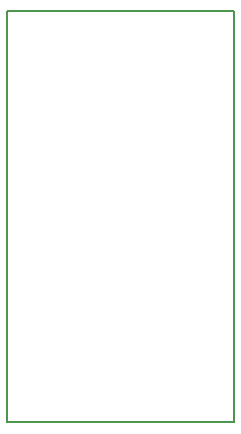
<source format=gm1>
G04 MADE WITH FRITZING*
G04 WWW.FRITZING.ORG*
G04 SINGLE SIDED*
G04 HOLES NOT PLATED*
G04 CONTOUR ON CENTER OF CONTOUR VECTOR*
%ASAXBY*%
%FSLAX23Y23*%
%MOIN*%
%OFA0B0*%
%SFA1.0B1.0*%
%ADD10R,0.765614X1.379010*%
%ADD11C,0.008000*%
%ADD10C,0.008*%
%LNCONTOUR*%
G90*
G70*
G54D10*
G54D11*
X4Y1375D02*
X762Y1375D01*
X762Y4D01*
X4Y4D01*
X4Y1375D01*
D02*
G04 End of contour*
M02*
</source>
